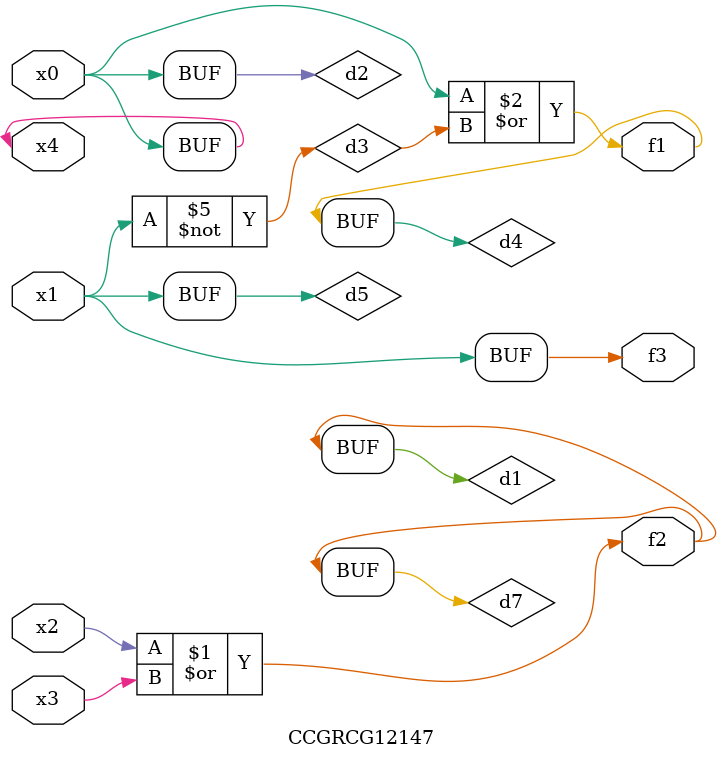
<source format=v>
module CCGRCG12147(
	input x0, x1, x2, x3, x4,
	output f1, f2, f3
);

	wire d1, d2, d3, d4, d5, d6, d7;

	or (d1, x2, x3);
	buf (d2, x0, x4);
	not (d3, x1);
	or (d4, d2, d3);
	not (d5, d3);
	nand (d6, d1, d3);
	or (d7, d1);
	assign f1 = d4;
	assign f2 = d7;
	assign f3 = d5;
endmodule

</source>
